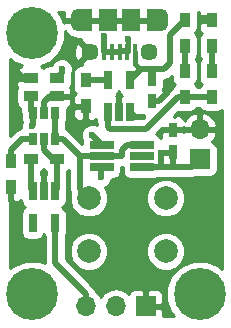
<source format=gtl>
G04 #@! TF.FileFunction,Copper,L1,Top,Signal*
%FSLAX46Y46*%
G04 Gerber Fmt 4.6, Leading zero omitted, Abs format (unit mm)*
G04 Created by KiCad (PCBNEW 4.0.7) date 04/30/18 22:22:10*
%MOMM*%
%LPD*%
G01*
G04 APERTURE LIST*
%ADD10C,0.100000*%
%ADD11C,4.400000*%
%ADD12R,0.750000X1.200000*%
%ADD13R,0.900000X1.200000*%
%ADD14R,0.650000X1.560000*%
%ADD15R,1.500000X1.900000*%
%ADD16C,1.450000*%
%ADD17R,0.400000X1.350000*%
%ADD18O,1.200000X1.900000*%
%ADD19R,1.200000X1.900000*%
%ADD20R,1.200000X0.900000*%
%ADD21R,2.000000X0.650000*%
%ADD22R,1.700000X1.700000*%
%ADD23O,1.700000X1.700000*%
%ADD24C,2.000000*%
%ADD25R,0.650000X1.060000*%
%ADD26C,0.600000*%
%ADD27C,0.381000*%
%ADD28C,0.508000*%
%ADD29C,0.254000*%
G04 APERTURE END LIST*
D10*
D11*
X17526000Y-17526000D03*
X17526000Y-39624000D03*
X31750000Y-39624000D03*
D12*
X27686000Y-23302000D03*
X27686000Y-21402000D03*
X29464000Y-27620000D03*
X29464000Y-25720000D03*
D13*
X30480000Y-18626000D03*
X30480000Y-16426000D03*
X32766000Y-16426000D03*
X32766000Y-18626000D03*
D14*
X23942000Y-24210000D03*
X24892000Y-24210000D03*
X25842000Y-24210000D03*
X25842000Y-21510000D03*
X23942000Y-21510000D03*
D15*
X23956000Y-16414000D03*
D16*
X27456000Y-19114000D03*
D17*
X25606000Y-19114000D03*
X26256000Y-19114000D03*
X23656000Y-19114000D03*
X24306000Y-19114000D03*
X24956000Y-19114000D03*
D16*
X22456000Y-19114000D03*
D15*
X25956000Y-16414000D03*
D18*
X28456000Y-16414000D03*
X21456000Y-16414000D03*
D19*
X22056000Y-16414000D03*
X27856000Y-16414000D03*
D13*
X30480000Y-22944000D03*
X30480000Y-20744000D03*
X32766000Y-22944000D03*
X32766000Y-20744000D03*
X22098000Y-23706000D03*
X22098000Y-21506000D03*
D20*
X17442000Y-28194000D03*
X19642000Y-28194000D03*
X19642000Y-21336000D03*
X17442000Y-21336000D03*
X19642000Y-22860000D03*
X17442000Y-22860000D03*
D13*
X15748000Y-30564000D03*
X15748000Y-28364000D03*
D21*
X23436000Y-26990000D03*
X23436000Y-27940000D03*
X23436000Y-28890000D03*
X26856000Y-28890000D03*
X26856000Y-27940000D03*
X26856000Y-26990000D03*
D14*
X19492000Y-30908000D03*
X18542000Y-30908000D03*
X17592000Y-30908000D03*
X17592000Y-33608000D03*
X19492000Y-33608000D03*
D22*
X27178000Y-40640000D03*
D23*
X24638000Y-40640000D03*
X22098000Y-40640000D03*
D24*
X22352000Y-35996000D03*
X22352000Y-31496000D03*
X28852000Y-35996000D03*
X28852000Y-31496000D03*
D25*
X19492000Y-24300000D03*
X18542000Y-24300000D03*
X17592000Y-24300000D03*
X17592000Y-26500000D03*
X19492000Y-26500000D03*
X18542000Y-26500000D03*
D22*
X31750000Y-28194000D03*
D23*
X31750000Y-25654000D03*
D26*
X25654000Y-18034000D03*
X23622000Y-17780000D03*
X31750000Y-16256000D03*
X16002000Y-32004000D03*
X28956000Y-22606000D03*
X24892000Y-22860000D03*
X18542000Y-29464000D03*
X16002000Y-20574000D03*
X23368000Y-29718000D03*
X22606000Y-26162000D03*
X20066000Y-20574000D03*
X26670000Y-20574000D03*
X28448000Y-27686000D03*
X26924000Y-24638000D03*
X16764000Y-26500000D03*
X17526000Y-25400000D03*
D27*
X25606000Y-19114000D02*
X25654000Y-19066000D01*
X25654000Y-19066000D02*
X25654000Y-18034000D01*
D28*
X24956000Y-19114000D02*
X25020000Y-19050000D01*
X25020000Y-19050000D02*
X25400000Y-19050000D01*
X24306000Y-19114000D02*
X23656000Y-19114000D01*
X23656000Y-19114000D02*
X23656000Y-17814000D01*
X23656000Y-17814000D02*
X23622000Y-17780000D01*
X32766000Y-16426000D02*
X32596000Y-16256000D01*
X32596000Y-16256000D02*
X31750000Y-16256000D01*
X15748000Y-30564000D02*
X15748000Y-31750000D01*
X15748000Y-31750000D02*
X16002000Y-32004000D01*
X28260000Y-23302000D02*
X28956000Y-22606000D01*
X27686000Y-23302000D02*
X28260000Y-23302000D01*
X24892000Y-24210000D02*
X24892000Y-22860000D01*
X18542000Y-24300000D02*
X18542000Y-23368000D01*
X18542000Y-23368000D02*
X19050000Y-22860000D01*
X19050000Y-22860000D02*
X19642000Y-22860000D01*
X18542000Y-30908000D02*
X18542000Y-29464000D01*
X17442000Y-21336000D02*
X16764000Y-21336000D01*
X16764000Y-21336000D02*
X16002000Y-20574000D01*
X23368000Y-29718000D02*
X23368000Y-28958000D01*
X23368000Y-28958000D02*
X23436000Y-28890000D01*
X22608000Y-26162000D02*
X23436000Y-26990000D01*
X22606000Y-26162000D02*
X22608000Y-26162000D01*
X19642000Y-21336000D02*
X20066000Y-20912000D01*
X20066000Y-20912000D02*
X20066000Y-20574000D01*
X27686000Y-20574000D02*
X27686000Y-21402000D01*
X26670000Y-20574000D02*
X26670000Y-20682000D01*
X26670000Y-20682000D02*
X25842000Y-21510000D01*
X26670000Y-20574000D02*
X27686000Y-20574000D01*
X27686000Y-20574000D02*
X28702000Y-20574000D01*
X29210000Y-17696000D02*
X30480000Y-16426000D01*
X29210000Y-20066000D02*
X29210000Y-17696000D01*
X28702000Y-20574000D02*
X29210000Y-20066000D01*
D27*
X26256000Y-20160000D02*
X26670000Y-20574000D01*
X26256000Y-20160000D02*
X26256000Y-19114000D01*
D28*
X25950000Y-21402000D02*
X25842000Y-21510000D01*
X28448000Y-27686000D02*
X28448000Y-28890000D01*
X28448000Y-28890000D02*
X28448000Y-28702000D01*
X28448000Y-28702000D02*
X28448000Y-28890000D01*
X25842000Y-24210000D02*
X26270000Y-24638000D01*
X28448000Y-27686000D02*
X29398000Y-27686000D01*
X26270000Y-24638000D02*
X26924000Y-24638000D01*
X29398000Y-27686000D02*
X29464000Y-27620000D01*
X29464000Y-28890000D02*
X29464000Y-27620000D01*
X31750000Y-28194000D02*
X31054000Y-28890000D01*
X31054000Y-28890000D02*
X29464000Y-28890000D01*
X29464000Y-28890000D02*
X28448000Y-28890000D01*
X28448000Y-28890000D02*
X26856000Y-28890000D01*
X30480000Y-20744000D02*
X30480000Y-18626000D01*
X32766000Y-20744000D02*
X32766000Y-18626000D01*
X30480000Y-22944000D02*
X29888000Y-22944000D01*
X23942000Y-25466000D02*
X23942000Y-24210000D01*
X24130000Y-25654000D02*
X23942000Y-25466000D01*
X27178000Y-25654000D02*
X24130000Y-25654000D01*
X29888000Y-22944000D02*
X27178000Y-25654000D01*
X30480000Y-22944000D02*
X32766000Y-22944000D01*
X23942000Y-21510000D02*
X22102000Y-21510000D01*
X22102000Y-21510000D02*
X22098000Y-21506000D01*
X19492000Y-33608000D02*
X19492000Y-37018000D01*
X22098000Y-39624000D02*
X22098000Y-40640000D01*
X19492000Y-37018000D02*
X22098000Y-39624000D01*
X17442000Y-28194000D02*
X17442000Y-30758000D01*
X17442000Y-30758000D02*
X17592000Y-30908000D01*
X17592000Y-26500000D02*
X16764000Y-26500000D01*
X16764000Y-26500000D02*
X16680000Y-26500000D01*
X15748000Y-27432000D02*
X15748000Y-28364000D01*
X16680000Y-26500000D02*
X16256000Y-26924000D01*
X16256000Y-26924000D02*
X16129000Y-27051000D01*
X16129000Y-27051000D02*
X15748000Y-27432000D01*
X19642000Y-28194000D02*
X19642000Y-30758000D01*
X19642000Y-30758000D02*
X19492000Y-30908000D01*
X19642000Y-28194000D02*
X19304000Y-28194000D01*
X19304000Y-28194000D02*
X18542000Y-27432000D01*
X18542000Y-27432000D02*
X18542000Y-26500000D01*
X17592000Y-25334000D02*
X17526000Y-25400000D01*
X17592000Y-25334000D02*
X17592000Y-24300000D01*
X17442000Y-22860000D02*
X17442000Y-24150000D01*
X17442000Y-24150000D02*
X17592000Y-24300000D01*
X19492000Y-24300000D02*
X19492000Y-26500000D01*
X21590000Y-27940000D02*
X21590000Y-30734000D01*
X21590000Y-30734000D02*
X22352000Y-31496000D01*
X23436000Y-27940000D02*
X21590000Y-27940000D01*
X20150000Y-26500000D02*
X19492000Y-26500000D01*
X21590000Y-27940000D02*
X20150000Y-26500000D01*
X26856000Y-26990000D02*
X25588000Y-26990000D01*
X25146000Y-27432000D02*
X25146000Y-27940000D01*
X25588000Y-26990000D02*
X25146000Y-27432000D01*
X23436000Y-27940000D02*
X25146000Y-27940000D01*
D29*
G36*
X31851910Y-23995441D02*
X32064110Y-24140431D01*
X32316000Y-24191440D01*
X33216000Y-24191440D01*
X33451317Y-24147162D01*
X33594000Y-24055348D01*
X33594000Y-37458422D01*
X33357995Y-37222005D01*
X32316390Y-36789493D01*
X31188558Y-36788509D01*
X30146199Y-37219202D01*
X29348005Y-38016005D01*
X28915493Y-39057610D01*
X28914509Y-40185442D01*
X29345202Y-41227801D01*
X29584982Y-41468000D01*
X28663000Y-41468000D01*
X28663000Y-40925750D01*
X28504250Y-40767000D01*
X27305000Y-40767000D01*
X27305000Y-40787000D01*
X27051000Y-40787000D01*
X27051000Y-40767000D01*
X27031000Y-40767000D01*
X27031000Y-40513000D01*
X27051000Y-40513000D01*
X27051000Y-39313750D01*
X27305000Y-39313750D01*
X27305000Y-40513000D01*
X28504250Y-40513000D01*
X28663000Y-40354250D01*
X28663000Y-39663691D01*
X28566327Y-39430302D01*
X28387699Y-39251673D01*
X28154310Y-39155000D01*
X27463750Y-39155000D01*
X27305000Y-39313750D01*
X27051000Y-39313750D01*
X26892250Y-39155000D01*
X26201690Y-39155000D01*
X25968301Y-39251673D01*
X25789673Y-39430302D01*
X25717403Y-39604777D01*
X25688054Y-39560853D01*
X25206285Y-39238946D01*
X24638000Y-39125907D01*
X24069715Y-39238946D01*
X23587946Y-39560853D01*
X23368000Y-39890026D01*
X23148054Y-39560853D01*
X22947828Y-39427067D01*
X22919330Y-39283795D01*
X22726618Y-38995382D01*
X20381000Y-36649764D01*
X20381000Y-36319795D01*
X20716716Y-36319795D01*
X20965106Y-36920943D01*
X21424637Y-37381278D01*
X22025352Y-37630716D01*
X22675795Y-37631284D01*
X23276943Y-37382894D01*
X23737278Y-36923363D01*
X23986716Y-36322648D01*
X23986718Y-36319795D01*
X27216716Y-36319795D01*
X27465106Y-36920943D01*
X27924637Y-37381278D01*
X28525352Y-37630716D01*
X29175795Y-37631284D01*
X29776943Y-37382894D01*
X30237278Y-36923363D01*
X30486716Y-36322648D01*
X30487284Y-35672205D01*
X30238894Y-35071057D01*
X29779363Y-34610722D01*
X29178648Y-34361284D01*
X28528205Y-34360716D01*
X27927057Y-34609106D01*
X27466722Y-35068637D01*
X27217284Y-35669352D01*
X27216716Y-36319795D01*
X23986718Y-36319795D01*
X23987284Y-35672205D01*
X23738894Y-35071057D01*
X23279363Y-34610722D01*
X22678648Y-34361284D01*
X22028205Y-34360716D01*
X21427057Y-34609106D01*
X20966722Y-35068637D01*
X20717284Y-35669352D01*
X20716716Y-36319795D01*
X20381000Y-36319795D01*
X20381000Y-34687354D01*
X20413431Y-34639890D01*
X20464440Y-34388000D01*
X20464440Y-32828000D01*
X20420162Y-32592683D01*
X20281090Y-32376559D01*
X20105768Y-32256767D01*
X20268441Y-32152090D01*
X20413431Y-31939890D01*
X20464440Y-31688000D01*
X20464440Y-31092621D01*
X20531000Y-30758000D01*
X20531000Y-29212618D01*
X20693441Y-29108090D01*
X20701000Y-29097027D01*
X20701000Y-30734000D01*
X20764824Y-31054864D01*
X20717284Y-31169352D01*
X20716716Y-31819795D01*
X20965106Y-32420943D01*
X21424637Y-32881278D01*
X22025352Y-33130716D01*
X22675795Y-33131284D01*
X23276943Y-32882894D01*
X23737278Y-32423363D01*
X23986716Y-31822648D01*
X23986718Y-31819795D01*
X27216716Y-31819795D01*
X27465106Y-32420943D01*
X27924637Y-32881278D01*
X28525352Y-33130716D01*
X29175795Y-33131284D01*
X29776943Y-32882894D01*
X30237278Y-32423363D01*
X30486716Y-31822648D01*
X30487284Y-31172205D01*
X30238894Y-30571057D01*
X29779363Y-30110722D01*
X29178648Y-29861284D01*
X28528205Y-29860716D01*
X27927057Y-30109106D01*
X27466722Y-30568637D01*
X27217284Y-31169352D01*
X27216716Y-31819795D01*
X23986718Y-31819795D01*
X23987284Y-31172205D01*
X23740787Y-30575639D01*
X23896943Y-30511117D01*
X24160192Y-30248327D01*
X24302838Y-29904799D01*
X24302875Y-29862440D01*
X24436000Y-29862440D01*
X24671317Y-29818162D01*
X24887441Y-29679090D01*
X25032431Y-29466890D01*
X25083440Y-29215000D01*
X25083440Y-28829000D01*
X25146000Y-28829000D01*
X25208560Y-28816556D01*
X25208560Y-29215000D01*
X25252838Y-29450317D01*
X25391910Y-29666441D01*
X25604110Y-29811431D01*
X25856000Y-29862440D01*
X27856000Y-29862440D01*
X28091317Y-29818162D01*
X28152176Y-29779000D01*
X31054000Y-29779000D01*
X31394206Y-29711329D01*
X31423972Y-29691440D01*
X32600000Y-29691440D01*
X32835317Y-29647162D01*
X33051441Y-29508090D01*
X33196431Y-29295890D01*
X33247440Y-29044000D01*
X33247440Y-27344000D01*
X33203162Y-27108683D01*
X33064090Y-26892559D01*
X32851890Y-26747569D01*
X32743893Y-26725699D01*
X33021645Y-26420924D01*
X33191476Y-26010890D01*
X33070155Y-25781000D01*
X31877000Y-25781000D01*
X31877000Y-25801000D01*
X31623000Y-25801000D01*
X31623000Y-25781000D01*
X30429845Y-25781000D01*
X30367461Y-25899211D01*
X30315250Y-25847000D01*
X29591000Y-25847000D01*
X29591000Y-25867000D01*
X29337000Y-25867000D01*
X29337000Y-25847000D01*
X28612750Y-25847000D01*
X28454000Y-26005750D01*
X28454000Y-26421661D01*
X28320090Y-26213559D01*
X28107890Y-26068569D01*
X28035356Y-26053880D01*
X28554493Y-25534743D01*
X28612750Y-25593000D01*
X29337000Y-25593000D01*
X29337000Y-25573000D01*
X29591000Y-25573000D01*
X29591000Y-25593000D01*
X30315250Y-25593000D01*
X30413059Y-25495191D01*
X30429845Y-25527000D01*
X31623000Y-25527000D01*
X31623000Y-24333181D01*
X31877000Y-24333181D01*
X31877000Y-25527000D01*
X33070155Y-25527000D01*
X33191476Y-25297110D01*
X33021645Y-24887076D01*
X32631358Y-24458817D01*
X32106892Y-24212514D01*
X31877000Y-24333181D01*
X31623000Y-24333181D01*
X31393108Y-24212514D01*
X30868642Y-24458817D01*
X30478355Y-24887076D01*
X30454098Y-24945642D01*
X30377327Y-24760302D01*
X30198699Y-24581673D01*
X29965310Y-24485000D01*
X29749750Y-24485000D01*
X29591002Y-24643748D01*
X29591002Y-24498234D01*
X29920060Y-24169176D01*
X30030000Y-24191440D01*
X30930000Y-24191440D01*
X31165317Y-24147162D01*
X31381441Y-24008090D01*
X31501075Y-23833000D01*
X31747382Y-23833000D01*
X31851910Y-23995441D01*
X31851910Y-23995441D01*
G37*
X31851910Y-23995441D02*
X32064110Y-24140431D01*
X32316000Y-24191440D01*
X33216000Y-24191440D01*
X33451317Y-24147162D01*
X33594000Y-24055348D01*
X33594000Y-37458422D01*
X33357995Y-37222005D01*
X32316390Y-36789493D01*
X31188558Y-36788509D01*
X30146199Y-37219202D01*
X29348005Y-38016005D01*
X28915493Y-39057610D01*
X28914509Y-40185442D01*
X29345202Y-41227801D01*
X29584982Y-41468000D01*
X28663000Y-41468000D01*
X28663000Y-40925750D01*
X28504250Y-40767000D01*
X27305000Y-40767000D01*
X27305000Y-40787000D01*
X27051000Y-40787000D01*
X27051000Y-40767000D01*
X27031000Y-40767000D01*
X27031000Y-40513000D01*
X27051000Y-40513000D01*
X27051000Y-39313750D01*
X27305000Y-39313750D01*
X27305000Y-40513000D01*
X28504250Y-40513000D01*
X28663000Y-40354250D01*
X28663000Y-39663691D01*
X28566327Y-39430302D01*
X28387699Y-39251673D01*
X28154310Y-39155000D01*
X27463750Y-39155000D01*
X27305000Y-39313750D01*
X27051000Y-39313750D01*
X26892250Y-39155000D01*
X26201690Y-39155000D01*
X25968301Y-39251673D01*
X25789673Y-39430302D01*
X25717403Y-39604777D01*
X25688054Y-39560853D01*
X25206285Y-39238946D01*
X24638000Y-39125907D01*
X24069715Y-39238946D01*
X23587946Y-39560853D01*
X23368000Y-39890026D01*
X23148054Y-39560853D01*
X22947828Y-39427067D01*
X22919330Y-39283795D01*
X22726618Y-38995382D01*
X20381000Y-36649764D01*
X20381000Y-36319795D01*
X20716716Y-36319795D01*
X20965106Y-36920943D01*
X21424637Y-37381278D01*
X22025352Y-37630716D01*
X22675795Y-37631284D01*
X23276943Y-37382894D01*
X23737278Y-36923363D01*
X23986716Y-36322648D01*
X23986718Y-36319795D01*
X27216716Y-36319795D01*
X27465106Y-36920943D01*
X27924637Y-37381278D01*
X28525352Y-37630716D01*
X29175795Y-37631284D01*
X29776943Y-37382894D01*
X30237278Y-36923363D01*
X30486716Y-36322648D01*
X30487284Y-35672205D01*
X30238894Y-35071057D01*
X29779363Y-34610722D01*
X29178648Y-34361284D01*
X28528205Y-34360716D01*
X27927057Y-34609106D01*
X27466722Y-35068637D01*
X27217284Y-35669352D01*
X27216716Y-36319795D01*
X23986718Y-36319795D01*
X23987284Y-35672205D01*
X23738894Y-35071057D01*
X23279363Y-34610722D01*
X22678648Y-34361284D01*
X22028205Y-34360716D01*
X21427057Y-34609106D01*
X20966722Y-35068637D01*
X20717284Y-35669352D01*
X20716716Y-36319795D01*
X20381000Y-36319795D01*
X20381000Y-34687354D01*
X20413431Y-34639890D01*
X20464440Y-34388000D01*
X20464440Y-32828000D01*
X20420162Y-32592683D01*
X20281090Y-32376559D01*
X20105768Y-32256767D01*
X20268441Y-32152090D01*
X20413431Y-31939890D01*
X20464440Y-31688000D01*
X20464440Y-31092621D01*
X20531000Y-30758000D01*
X20531000Y-29212618D01*
X20693441Y-29108090D01*
X20701000Y-29097027D01*
X20701000Y-30734000D01*
X20764824Y-31054864D01*
X20717284Y-31169352D01*
X20716716Y-31819795D01*
X20965106Y-32420943D01*
X21424637Y-32881278D01*
X22025352Y-33130716D01*
X22675795Y-33131284D01*
X23276943Y-32882894D01*
X23737278Y-32423363D01*
X23986716Y-31822648D01*
X23986718Y-31819795D01*
X27216716Y-31819795D01*
X27465106Y-32420943D01*
X27924637Y-32881278D01*
X28525352Y-33130716D01*
X29175795Y-33131284D01*
X29776943Y-32882894D01*
X30237278Y-32423363D01*
X30486716Y-31822648D01*
X30487284Y-31172205D01*
X30238894Y-30571057D01*
X29779363Y-30110722D01*
X29178648Y-29861284D01*
X28528205Y-29860716D01*
X27927057Y-30109106D01*
X27466722Y-30568637D01*
X27217284Y-31169352D01*
X27216716Y-31819795D01*
X23986718Y-31819795D01*
X23987284Y-31172205D01*
X23740787Y-30575639D01*
X23896943Y-30511117D01*
X24160192Y-30248327D01*
X24302838Y-29904799D01*
X24302875Y-29862440D01*
X24436000Y-29862440D01*
X24671317Y-29818162D01*
X24887441Y-29679090D01*
X25032431Y-29466890D01*
X25083440Y-29215000D01*
X25083440Y-28829000D01*
X25146000Y-28829000D01*
X25208560Y-28816556D01*
X25208560Y-29215000D01*
X25252838Y-29450317D01*
X25391910Y-29666441D01*
X25604110Y-29811431D01*
X25856000Y-29862440D01*
X27856000Y-29862440D01*
X28091317Y-29818162D01*
X28152176Y-29779000D01*
X31054000Y-29779000D01*
X31394206Y-29711329D01*
X31423972Y-29691440D01*
X32600000Y-29691440D01*
X32835317Y-29647162D01*
X33051441Y-29508090D01*
X33196431Y-29295890D01*
X33247440Y-29044000D01*
X33247440Y-27344000D01*
X33203162Y-27108683D01*
X33064090Y-26892559D01*
X32851890Y-26747569D01*
X32743893Y-26725699D01*
X33021645Y-26420924D01*
X33191476Y-26010890D01*
X33070155Y-25781000D01*
X31877000Y-25781000D01*
X31877000Y-25801000D01*
X31623000Y-25801000D01*
X31623000Y-25781000D01*
X30429845Y-25781000D01*
X30367461Y-25899211D01*
X30315250Y-25847000D01*
X29591000Y-25847000D01*
X29591000Y-25867000D01*
X29337000Y-25867000D01*
X29337000Y-25847000D01*
X28612750Y-25847000D01*
X28454000Y-26005750D01*
X28454000Y-26421661D01*
X28320090Y-26213559D01*
X28107890Y-26068569D01*
X28035356Y-26053880D01*
X28554493Y-25534743D01*
X28612750Y-25593000D01*
X29337000Y-25593000D01*
X29337000Y-25573000D01*
X29591000Y-25573000D01*
X29591000Y-25593000D01*
X30315250Y-25593000D01*
X30413059Y-25495191D01*
X30429845Y-25527000D01*
X31623000Y-25527000D01*
X31623000Y-24333181D01*
X31877000Y-24333181D01*
X31877000Y-25527000D01*
X33070155Y-25527000D01*
X33191476Y-25297110D01*
X33021645Y-24887076D01*
X32631358Y-24458817D01*
X32106892Y-24212514D01*
X31877000Y-24333181D01*
X31623000Y-24333181D01*
X31393108Y-24212514D01*
X30868642Y-24458817D01*
X30478355Y-24887076D01*
X30454098Y-24945642D01*
X30377327Y-24760302D01*
X30198699Y-24581673D01*
X29965310Y-24485000D01*
X29749750Y-24485000D01*
X29591002Y-24643748D01*
X29591002Y-24498234D01*
X29920060Y-24169176D01*
X30030000Y-24191440D01*
X30930000Y-24191440D01*
X31165317Y-24147162D01*
X31381441Y-24008090D01*
X31501075Y-23833000D01*
X31747382Y-23833000D01*
X31851910Y-23995441D01*
G36*
X15875000Y-30437000D02*
X15895000Y-30437000D01*
X15895000Y-30691000D01*
X15875000Y-30691000D01*
X15875000Y-31640250D01*
X16033750Y-31799000D01*
X16324310Y-31799000D01*
X16557699Y-31702327D01*
X16619560Y-31640466D01*
X16619560Y-31688000D01*
X16663838Y-31923317D01*
X16802910Y-32139441D01*
X16978232Y-32259233D01*
X16815559Y-32363910D01*
X16670569Y-32576110D01*
X16619560Y-32828000D01*
X16619560Y-34388000D01*
X16663838Y-34623317D01*
X16802910Y-34839441D01*
X17015110Y-34984431D01*
X17267000Y-35035440D01*
X17917000Y-35035440D01*
X18152317Y-34991162D01*
X18368441Y-34852090D01*
X18513431Y-34639890D01*
X18541176Y-34502880D01*
X18563838Y-34623317D01*
X18603000Y-34684176D01*
X18603000Y-37001517D01*
X18092390Y-36789493D01*
X16964558Y-36788509D01*
X15922199Y-37219202D01*
X15710000Y-37431031D01*
X15710000Y-30417000D01*
X15875000Y-30417000D01*
X15875000Y-30437000D01*
X15875000Y-30437000D01*
G37*
X15875000Y-30437000D02*
X15895000Y-30437000D01*
X15895000Y-30691000D01*
X15875000Y-30691000D01*
X15875000Y-31640250D01*
X16033750Y-31799000D01*
X16324310Y-31799000D01*
X16557699Y-31702327D01*
X16619560Y-31640466D01*
X16619560Y-31688000D01*
X16663838Y-31923317D01*
X16802910Y-32139441D01*
X16978232Y-32259233D01*
X16815559Y-32363910D01*
X16670569Y-32576110D01*
X16619560Y-32828000D01*
X16619560Y-34388000D01*
X16663838Y-34623317D01*
X16802910Y-34839441D01*
X17015110Y-34984431D01*
X17267000Y-35035440D01*
X17917000Y-35035440D01*
X18152317Y-34991162D01*
X18368441Y-34852090D01*
X18513431Y-34639890D01*
X18541176Y-34502880D01*
X18563838Y-34623317D01*
X18603000Y-34684176D01*
X18603000Y-37001517D01*
X18092390Y-36789493D01*
X16964558Y-36788509D01*
X15922199Y-37219202D01*
X15710000Y-37431031D01*
X15710000Y-30417000D01*
X15875000Y-30417000D01*
X15875000Y-30437000D01*
G36*
X18577910Y-29095441D02*
X18753000Y-29215075D01*
X18753000Y-29567750D01*
X18669000Y-29651750D01*
X18669000Y-29732051D01*
X18570569Y-29876110D01*
X18542824Y-30013120D01*
X18520162Y-29892683D01*
X18415000Y-29729257D01*
X18415000Y-29651750D01*
X18331000Y-29567750D01*
X18331000Y-29212618D01*
X18493441Y-29108090D01*
X18541134Y-29038289D01*
X18577910Y-29095441D01*
X18577910Y-29095441D01*
G37*
X18577910Y-29095441D02*
X18753000Y-29215075D01*
X18753000Y-29567750D01*
X18669000Y-29651750D01*
X18669000Y-29732051D01*
X18570569Y-29876110D01*
X18542824Y-30013120D01*
X18520162Y-29892683D01*
X18415000Y-29729257D01*
X18415000Y-29651750D01*
X18331000Y-29567750D01*
X18331000Y-29212618D01*
X18493441Y-29108090D01*
X18541134Y-29038289D01*
X18577910Y-29095441D01*
G36*
X20363610Y-17353947D02*
X20672526Y-17727080D01*
X21100719Y-17953592D01*
X21138391Y-17957462D01*
X21173672Y-17934375D01*
X21329691Y-17999000D01*
X21726219Y-17999000D01*
X21682207Y-18160602D01*
X22456000Y-18934395D01*
X22470143Y-18920253D01*
X22649748Y-19099858D01*
X22635605Y-19114000D01*
X22649748Y-19128143D01*
X22470143Y-19307748D01*
X22456000Y-19293605D01*
X21682207Y-20067398D01*
X21734269Y-20258560D01*
X21648000Y-20258560D01*
X21412683Y-20302838D01*
X21196559Y-20441910D01*
X21051569Y-20654110D01*
X21000560Y-20906000D01*
X21000560Y-22106000D01*
X21044838Y-22341317D01*
X21183910Y-22557441D01*
X21252006Y-22603969D01*
X21109673Y-22746302D01*
X21013000Y-22979691D01*
X21013000Y-23420250D01*
X21171750Y-23579000D01*
X21971000Y-23579000D01*
X21971000Y-23559000D01*
X22225000Y-23559000D01*
X22225000Y-23579000D01*
X22245000Y-23579000D01*
X22245000Y-23833000D01*
X22225000Y-23833000D01*
X22225000Y-24782250D01*
X22383750Y-24941000D01*
X22674310Y-24941000D01*
X22907699Y-24844327D01*
X22969560Y-24782466D01*
X22969560Y-24990000D01*
X23013838Y-25225317D01*
X23053000Y-25286176D01*
X23053000Y-25335207D01*
X22792799Y-25227162D01*
X22420833Y-25226838D01*
X22077057Y-25368883D01*
X21813808Y-25631673D01*
X21671162Y-25975201D01*
X21670838Y-26347167D01*
X21793034Y-26642905D01*
X21788560Y-26665000D01*
X21788560Y-26881324D01*
X20778618Y-25871382D01*
X20681074Y-25806205D01*
X20490206Y-25678671D01*
X20381000Y-25656949D01*
X20381000Y-25129354D01*
X20413431Y-25081890D01*
X20464440Y-24830000D01*
X20464440Y-23991750D01*
X21013000Y-23991750D01*
X21013000Y-24432309D01*
X21109673Y-24665698D01*
X21288301Y-24844327D01*
X21521690Y-24941000D01*
X21812250Y-24941000D01*
X21971000Y-24782250D01*
X21971000Y-23833000D01*
X21171750Y-23833000D01*
X21013000Y-23991750D01*
X20464440Y-23991750D01*
X20464440Y-23905181D01*
X20601698Y-23848327D01*
X20780327Y-23669699D01*
X20877000Y-23436310D01*
X20877000Y-23145750D01*
X20718250Y-22987000D01*
X19769000Y-22987000D01*
X19769000Y-23007000D01*
X19515000Y-23007000D01*
X19515000Y-22987000D01*
X19495000Y-22987000D01*
X19495000Y-22733000D01*
X19515000Y-22733000D01*
X19515000Y-22713000D01*
X19769000Y-22713000D01*
X19769000Y-22733000D01*
X20718250Y-22733000D01*
X20877000Y-22574250D01*
X20877000Y-22283690D01*
X20799056Y-22095517D01*
X20838431Y-22037890D01*
X20889440Y-21786000D01*
X20889440Y-21241597D01*
X20955000Y-20912000D01*
X20955000Y-20871189D01*
X21000838Y-20760799D01*
X21001162Y-20388833D01*
X20859117Y-20045057D01*
X20596327Y-19781808D01*
X20252799Y-19639162D01*
X19880833Y-19638838D01*
X19537057Y-19780883D01*
X19273808Y-20043673D01*
X19192883Y-20238560D01*
X19042000Y-20238560D01*
X18806683Y-20282838D01*
X18590559Y-20421910D01*
X18544031Y-20490006D01*
X18401698Y-20347673D01*
X18261465Y-20289586D01*
X19129801Y-19930798D01*
X19927995Y-19133995D01*
X20018869Y-18915146D01*
X21083688Y-18915146D01*
X21112051Y-19455444D01*
X21264247Y-19822878D01*
X21502602Y-19887793D01*
X22276395Y-19114000D01*
X21502602Y-18340207D01*
X21264247Y-18405122D01*
X21083688Y-18915146D01*
X20018869Y-18915146D01*
X20360507Y-18092390D01*
X20361158Y-17345988D01*
X20363610Y-17353947D01*
X20363610Y-17353947D01*
G37*
X20363610Y-17353947D02*
X20672526Y-17727080D01*
X21100719Y-17953592D01*
X21138391Y-17957462D01*
X21173672Y-17934375D01*
X21329691Y-17999000D01*
X21726219Y-17999000D01*
X21682207Y-18160602D01*
X22456000Y-18934395D01*
X22470143Y-18920253D01*
X22649748Y-19099858D01*
X22635605Y-19114000D01*
X22649748Y-19128143D01*
X22470143Y-19307748D01*
X22456000Y-19293605D01*
X21682207Y-20067398D01*
X21734269Y-20258560D01*
X21648000Y-20258560D01*
X21412683Y-20302838D01*
X21196559Y-20441910D01*
X21051569Y-20654110D01*
X21000560Y-20906000D01*
X21000560Y-22106000D01*
X21044838Y-22341317D01*
X21183910Y-22557441D01*
X21252006Y-22603969D01*
X21109673Y-22746302D01*
X21013000Y-22979691D01*
X21013000Y-23420250D01*
X21171750Y-23579000D01*
X21971000Y-23579000D01*
X21971000Y-23559000D01*
X22225000Y-23559000D01*
X22225000Y-23579000D01*
X22245000Y-23579000D01*
X22245000Y-23833000D01*
X22225000Y-23833000D01*
X22225000Y-24782250D01*
X22383750Y-24941000D01*
X22674310Y-24941000D01*
X22907699Y-24844327D01*
X22969560Y-24782466D01*
X22969560Y-24990000D01*
X23013838Y-25225317D01*
X23053000Y-25286176D01*
X23053000Y-25335207D01*
X22792799Y-25227162D01*
X22420833Y-25226838D01*
X22077057Y-25368883D01*
X21813808Y-25631673D01*
X21671162Y-25975201D01*
X21670838Y-26347167D01*
X21793034Y-26642905D01*
X21788560Y-26665000D01*
X21788560Y-26881324D01*
X20778618Y-25871382D01*
X20681074Y-25806205D01*
X20490206Y-25678671D01*
X20381000Y-25656949D01*
X20381000Y-25129354D01*
X20413431Y-25081890D01*
X20464440Y-24830000D01*
X20464440Y-23991750D01*
X21013000Y-23991750D01*
X21013000Y-24432309D01*
X21109673Y-24665698D01*
X21288301Y-24844327D01*
X21521690Y-24941000D01*
X21812250Y-24941000D01*
X21971000Y-24782250D01*
X21971000Y-23833000D01*
X21171750Y-23833000D01*
X21013000Y-23991750D01*
X20464440Y-23991750D01*
X20464440Y-23905181D01*
X20601698Y-23848327D01*
X20780327Y-23669699D01*
X20877000Y-23436310D01*
X20877000Y-23145750D01*
X20718250Y-22987000D01*
X19769000Y-22987000D01*
X19769000Y-23007000D01*
X19515000Y-23007000D01*
X19515000Y-22987000D01*
X19495000Y-22987000D01*
X19495000Y-22733000D01*
X19515000Y-22733000D01*
X19515000Y-22713000D01*
X19769000Y-22713000D01*
X19769000Y-22733000D01*
X20718250Y-22733000D01*
X20877000Y-22574250D01*
X20877000Y-22283690D01*
X20799056Y-22095517D01*
X20838431Y-22037890D01*
X20889440Y-21786000D01*
X20889440Y-21241597D01*
X20955000Y-20912000D01*
X20955000Y-20871189D01*
X21000838Y-20760799D01*
X21001162Y-20388833D01*
X20859117Y-20045057D01*
X20596327Y-19781808D01*
X20252799Y-19639162D01*
X19880833Y-19638838D01*
X19537057Y-19780883D01*
X19273808Y-20043673D01*
X19192883Y-20238560D01*
X19042000Y-20238560D01*
X18806683Y-20282838D01*
X18590559Y-20421910D01*
X18544031Y-20490006D01*
X18401698Y-20347673D01*
X18261465Y-20289586D01*
X19129801Y-19930798D01*
X19927995Y-19133995D01*
X20018869Y-18915146D01*
X21083688Y-18915146D01*
X21112051Y-19455444D01*
X21264247Y-19822878D01*
X21502602Y-19887793D01*
X22276395Y-19114000D01*
X21502602Y-18340207D01*
X21264247Y-18405122D01*
X21083688Y-18915146D01*
X20018869Y-18915146D01*
X20360507Y-18092390D01*
X20361158Y-17345988D01*
X20363610Y-17353947D01*
G36*
X15918005Y-19927995D02*
X16705777Y-20255106D01*
X16482302Y-20347673D01*
X16303673Y-20526301D01*
X16207000Y-20759690D01*
X16207000Y-21050250D01*
X16365750Y-21209000D01*
X17315000Y-21209000D01*
X17315000Y-21189000D01*
X17569000Y-21189000D01*
X17569000Y-21209000D01*
X17589000Y-21209000D01*
X17589000Y-21463000D01*
X17569000Y-21463000D01*
X17569000Y-21483000D01*
X17315000Y-21483000D01*
X17315000Y-21463000D01*
X16365750Y-21463000D01*
X16207000Y-21621750D01*
X16207000Y-21912310D01*
X16284944Y-22100483D01*
X16245569Y-22158110D01*
X16194560Y-22410000D01*
X16194560Y-23310000D01*
X16238838Y-23545317D01*
X16377910Y-23761441D01*
X16553000Y-23881075D01*
X16553000Y-24150000D01*
X16619560Y-24484621D01*
X16619560Y-24830000D01*
X16660324Y-25046641D01*
X16591162Y-25213201D01*
X16590856Y-25564848D01*
X16578833Y-25564838D01*
X16235057Y-25706883D01*
X16108508Y-25833212D01*
X16051382Y-25871382D01*
X15710000Y-26212764D01*
X15710000Y-19719627D01*
X15918005Y-19927995D01*
X15918005Y-19927995D01*
G37*
X15918005Y-19927995D02*
X16705777Y-20255106D01*
X16482302Y-20347673D01*
X16303673Y-20526301D01*
X16207000Y-20759690D01*
X16207000Y-21050250D01*
X16365750Y-21209000D01*
X17315000Y-21209000D01*
X17315000Y-21189000D01*
X17569000Y-21189000D01*
X17569000Y-21209000D01*
X17589000Y-21209000D01*
X17589000Y-21463000D01*
X17569000Y-21463000D01*
X17569000Y-21483000D01*
X17315000Y-21483000D01*
X17315000Y-21463000D01*
X16365750Y-21463000D01*
X16207000Y-21621750D01*
X16207000Y-21912310D01*
X16284944Y-22100483D01*
X16245569Y-22158110D01*
X16194560Y-22410000D01*
X16194560Y-23310000D01*
X16238838Y-23545317D01*
X16377910Y-23761441D01*
X16553000Y-23881075D01*
X16553000Y-24150000D01*
X16619560Y-24484621D01*
X16619560Y-24830000D01*
X16660324Y-25046641D01*
X16591162Y-25213201D01*
X16590856Y-25564848D01*
X16578833Y-25564838D01*
X16235057Y-25706883D01*
X16108508Y-25833212D01*
X16051382Y-25871382D01*
X15710000Y-26212764D01*
X15710000Y-19719627D01*
X15918005Y-19927995D01*
G36*
X27813000Y-23175000D02*
X27833000Y-23175000D01*
X27833000Y-23429000D01*
X27813000Y-23429000D01*
X27813000Y-23449000D01*
X27559000Y-23449000D01*
X27559000Y-23429000D01*
X27539000Y-23429000D01*
X27539000Y-23175000D01*
X27559000Y-23175000D01*
X27559000Y-23155000D01*
X27813000Y-23155000D01*
X27813000Y-23175000D01*
X27813000Y-23175000D01*
G37*
X27813000Y-23175000D02*
X27833000Y-23175000D01*
X27833000Y-23429000D01*
X27813000Y-23429000D01*
X27813000Y-23449000D01*
X27559000Y-23449000D01*
X27559000Y-23429000D01*
X27539000Y-23429000D01*
X27539000Y-23175000D01*
X27559000Y-23175000D01*
X27559000Y-23155000D01*
X27813000Y-23155000D01*
X27813000Y-23175000D01*
G36*
X24913838Y-22525317D02*
X25052910Y-22741441D01*
X25158894Y-22813856D01*
X25019000Y-22953750D01*
X25019000Y-23034051D01*
X24920569Y-23178110D01*
X24892824Y-23315120D01*
X24870162Y-23194683D01*
X24765000Y-23031257D01*
X24765000Y-22953750D01*
X24625285Y-22814035D01*
X24718441Y-22754090D01*
X24863431Y-22541890D01*
X24891176Y-22404880D01*
X24913838Y-22525317D01*
X24913838Y-22525317D01*
G37*
X24913838Y-22525317D02*
X25052910Y-22741441D01*
X25158894Y-22813856D01*
X25019000Y-22953750D01*
X25019000Y-23034051D01*
X24920569Y-23178110D01*
X24892824Y-23315120D01*
X24870162Y-23194683D01*
X24765000Y-23031257D01*
X24765000Y-22953750D01*
X24625285Y-22814035D01*
X24718441Y-22754090D01*
X24863431Y-22541890D01*
X24891176Y-22404880D01*
X24913838Y-22525317D01*
G36*
X29382560Y-21344000D02*
X29426838Y-21579317D01*
X29565910Y-21795441D01*
X29635711Y-21843134D01*
X29578559Y-21879910D01*
X29433569Y-22092110D01*
X29408537Y-22215719D01*
X29297369Y-22290000D01*
X29259382Y-22315382D01*
X28696000Y-22878764D01*
X28696000Y-22575691D01*
X28599327Y-22342302D01*
X28597957Y-22340932D01*
X28657431Y-22253890D01*
X28708440Y-22002000D01*
X28708440Y-21461719D01*
X29042206Y-21395329D01*
X29330618Y-21202618D01*
X29382560Y-21150676D01*
X29382560Y-21344000D01*
X29382560Y-21344000D01*
G37*
X29382560Y-21344000D02*
X29426838Y-21579317D01*
X29565910Y-21795441D01*
X29635711Y-21843134D01*
X29578559Y-21879910D01*
X29433569Y-22092110D01*
X29408537Y-22215719D01*
X29297369Y-22290000D01*
X29259382Y-22315382D01*
X28696000Y-22878764D01*
X28696000Y-22575691D01*
X28599327Y-22342302D01*
X28597957Y-22340932D01*
X28657431Y-22253890D01*
X28708440Y-22002000D01*
X28708440Y-21461719D01*
X29042206Y-21395329D01*
X29330618Y-21202618D01*
X29382560Y-21150676D01*
X29382560Y-21344000D01*
G36*
X31681000Y-16140250D02*
X31839750Y-16299000D01*
X32639000Y-16299000D01*
X32639000Y-16279000D01*
X32893000Y-16279000D01*
X32893000Y-16299000D01*
X32913000Y-16299000D01*
X32913000Y-16553000D01*
X32893000Y-16553000D01*
X32893000Y-16573000D01*
X32639000Y-16573000D01*
X32639000Y-16553000D01*
X31839750Y-16553000D01*
X31681000Y-16711750D01*
X31681000Y-17152309D01*
X31777673Y-17385698D01*
X31918910Y-17526936D01*
X31864559Y-17561910D01*
X31719569Y-17774110D01*
X31668560Y-18026000D01*
X31668560Y-19226000D01*
X31712838Y-19461317D01*
X31851910Y-19677441D01*
X31861683Y-19684119D01*
X31719569Y-19892110D01*
X31668560Y-20144000D01*
X31668560Y-21344000D01*
X31712838Y-21579317D01*
X31851910Y-21795441D01*
X31921711Y-21843134D01*
X31864559Y-21879910D01*
X31744925Y-22055000D01*
X31498618Y-22055000D01*
X31394090Y-21892559D01*
X31324289Y-21844866D01*
X31381441Y-21808090D01*
X31526431Y-21595890D01*
X31577440Y-21344000D01*
X31577440Y-20144000D01*
X31533162Y-19908683D01*
X31394090Y-19692559D01*
X31384317Y-19685881D01*
X31526431Y-19477890D01*
X31577440Y-19226000D01*
X31577440Y-18026000D01*
X31533162Y-17790683D01*
X31394090Y-17574559D01*
X31324289Y-17526866D01*
X31381441Y-17490090D01*
X31526431Y-17277890D01*
X31577440Y-17026000D01*
X31577440Y-15826000D01*
X31555613Y-15710000D01*
X31681000Y-15710000D01*
X31681000Y-16140250D01*
X31681000Y-16140250D01*
G37*
X31681000Y-16140250D02*
X31839750Y-16299000D01*
X32639000Y-16299000D01*
X32639000Y-16279000D01*
X32893000Y-16279000D01*
X32893000Y-16299000D01*
X32913000Y-16299000D01*
X32913000Y-16553000D01*
X32893000Y-16553000D01*
X32893000Y-16573000D01*
X32639000Y-16573000D01*
X32639000Y-16553000D01*
X31839750Y-16553000D01*
X31681000Y-16711750D01*
X31681000Y-17152309D01*
X31777673Y-17385698D01*
X31918910Y-17526936D01*
X31864559Y-17561910D01*
X31719569Y-17774110D01*
X31668560Y-18026000D01*
X31668560Y-19226000D01*
X31712838Y-19461317D01*
X31851910Y-19677441D01*
X31861683Y-19684119D01*
X31719569Y-19892110D01*
X31668560Y-20144000D01*
X31668560Y-21344000D01*
X31712838Y-21579317D01*
X31851910Y-21795441D01*
X31921711Y-21843134D01*
X31864559Y-21879910D01*
X31744925Y-22055000D01*
X31498618Y-22055000D01*
X31394090Y-21892559D01*
X31324289Y-21844866D01*
X31381441Y-21808090D01*
X31526431Y-21595890D01*
X31577440Y-21344000D01*
X31577440Y-20144000D01*
X31533162Y-19908683D01*
X31394090Y-19692559D01*
X31384317Y-19685881D01*
X31526431Y-19477890D01*
X31577440Y-19226000D01*
X31577440Y-18026000D01*
X31533162Y-17790683D01*
X31394090Y-17574559D01*
X31324289Y-17526866D01*
X31381441Y-17490090D01*
X31526431Y-17277890D01*
X31577440Y-17026000D01*
X31577440Y-15826000D01*
X31555613Y-15710000D01*
X31681000Y-15710000D01*
X31681000Y-16140250D01*
G36*
X27649748Y-19099858D02*
X27635605Y-19114000D01*
X27649748Y-19128143D01*
X27470143Y-19307748D01*
X27456000Y-19293605D01*
X27441858Y-19307748D01*
X27262253Y-19128143D01*
X27276395Y-19114000D01*
X27262253Y-19099858D01*
X27441858Y-18920253D01*
X27456000Y-18934395D01*
X27470143Y-18920253D01*
X27649748Y-19099858D01*
X27649748Y-19099858D01*
G37*
X27649748Y-19099858D02*
X27635605Y-19114000D01*
X27649748Y-19128143D01*
X27470143Y-19307748D01*
X27456000Y-19293605D01*
X27441858Y-19307748D01*
X27262253Y-19128143D01*
X27276395Y-19114000D01*
X27262253Y-19099858D01*
X27441858Y-18920253D01*
X27456000Y-18934395D01*
X27470143Y-18920253D01*
X27649748Y-19099858D01*
G36*
X25103000Y-19241000D02*
X24159000Y-19241000D01*
X24159000Y-18987000D01*
X25103000Y-18987000D01*
X25103000Y-19241000D01*
X25103000Y-19241000D01*
G37*
X25103000Y-19241000D02*
X24159000Y-19241000D01*
X24159000Y-18987000D01*
X25103000Y-18987000D01*
X25103000Y-19241000D01*
G36*
X20221000Y-15937000D02*
X20221000Y-16287000D01*
X23829000Y-16287000D01*
X23829000Y-16267000D01*
X24083000Y-16267000D01*
X24083000Y-16287000D01*
X25829000Y-16287000D01*
X25829000Y-16267000D01*
X26083000Y-16267000D01*
X26083000Y-16287000D01*
X28603000Y-16287000D01*
X28603000Y-16541000D01*
X26083000Y-16541000D01*
X26083000Y-16561000D01*
X25829000Y-16561000D01*
X25829000Y-16541000D01*
X24083000Y-16541000D01*
X24083000Y-16561000D01*
X23829000Y-16561000D01*
X23829000Y-16541000D01*
X20221000Y-16541000D01*
X20221000Y-16624543D01*
X19930798Y-15922199D01*
X19718969Y-15710000D01*
X20290927Y-15710000D01*
X20221000Y-15937000D01*
X20221000Y-15937000D01*
G37*
X20221000Y-15937000D02*
X20221000Y-16287000D01*
X23829000Y-16287000D01*
X23829000Y-16267000D01*
X24083000Y-16267000D01*
X24083000Y-16287000D01*
X25829000Y-16287000D01*
X25829000Y-16267000D01*
X26083000Y-16267000D01*
X26083000Y-16287000D01*
X28603000Y-16287000D01*
X28603000Y-16541000D01*
X26083000Y-16541000D01*
X26083000Y-16561000D01*
X25829000Y-16561000D01*
X25829000Y-16541000D01*
X24083000Y-16541000D01*
X24083000Y-16561000D01*
X23829000Y-16561000D01*
X23829000Y-16541000D01*
X20221000Y-16541000D01*
X20221000Y-16624543D01*
X19930798Y-15922199D01*
X19718969Y-15710000D01*
X20290927Y-15710000D01*
X20221000Y-15937000D01*
M02*

</source>
